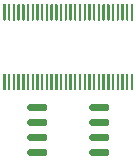
<source format=gbp>
G04 #@! TF.GenerationSoftware,KiCad,Pcbnew,5.1.9-1.fc33*
G04 #@! TF.CreationDate,2021-04-28T13:16:13+02:00*
G04 #@! TF.ProjectId,reDIP-SID,72654449-502d-4534-9944-2e6b69636164,0.2*
G04 #@! TF.SameCoordinates,PX5e28010PY8011a50*
G04 #@! TF.FileFunction,Paste,Bot*
G04 #@! TF.FilePolarity,Positive*
%FSLAX46Y46*%
G04 Gerber Fmt 4.6, Leading zero omitted, Abs format (unit mm)*
G04 Created by KiCad (PCBNEW 5.1.9-1.fc33) date 2021-04-28 13:16:13*
%MOMM*%
%LPD*%
G01*
G04 APERTURE LIST*
G04 APERTURE END LIST*
G04 #@! TO.C,U3*
G36*
G01*
X3590000Y13090000D02*
X3590000Y11790000D01*
G75*
G02*
X3540000Y11740000I-50000J0D01*
G01*
X3440000Y11740000D01*
G75*
G02*
X3390000Y11790000I0J50000D01*
G01*
X3390000Y13090000D01*
G75*
G02*
X3440000Y13140000I50000J0D01*
G01*
X3540000Y13140000D01*
G75*
G02*
X3590000Y13090000I0J-50000D01*
G01*
G37*
G36*
G01*
X3590000Y18990000D02*
X3590000Y17690000D01*
G75*
G02*
X3540000Y17640000I-50000J0D01*
G01*
X3440000Y17640000D01*
G75*
G02*
X3390000Y17690000I0J50000D01*
G01*
X3390000Y18990000D01*
G75*
G02*
X3440000Y19040000I50000J0D01*
G01*
X3540000Y19040000D01*
G75*
G02*
X3590000Y18990000I0J-50000D01*
G01*
G37*
G36*
G01*
X3990000Y13090000D02*
X3990000Y11790000D01*
G75*
G02*
X3940000Y11740000I-50000J0D01*
G01*
X3840000Y11740000D01*
G75*
G02*
X3790000Y11790000I0J50000D01*
G01*
X3790000Y13090000D01*
G75*
G02*
X3840000Y13140000I50000J0D01*
G01*
X3940000Y13140000D01*
G75*
G02*
X3990000Y13090000I0J-50000D01*
G01*
G37*
G36*
G01*
X3990000Y18990000D02*
X3990000Y17690000D01*
G75*
G02*
X3940000Y17640000I-50000J0D01*
G01*
X3840000Y17640000D01*
G75*
G02*
X3790000Y17690000I0J50000D01*
G01*
X3790000Y18990000D01*
G75*
G02*
X3840000Y19040000I50000J0D01*
G01*
X3940000Y19040000D01*
G75*
G02*
X3990000Y18990000I0J-50000D01*
G01*
G37*
G36*
G01*
X4390000Y13090000D02*
X4390000Y11790000D01*
G75*
G02*
X4340000Y11740000I-50000J0D01*
G01*
X4240000Y11740000D01*
G75*
G02*
X4190000Y11790000I0J50000D01*
G01*
X4190000Y13090000D01*
G75*
G02*
X4240000Y13140000I50000J0D01*
G01*
X4340000Y13140000D01*
G75*
G02*
X4390000Y13090000I0J-50000D01*
G01*
G37*
G36*
G01*
X4390000Y18990000D02*
X4390000Y17690000D01*
G75*
G02*
X4340000Y17640000I-50000J0D01*
G01*
X4240000Y17640000D01*
G75*
G02*
X4190000Y17690000I0J50000D01*
G01*
X4190000Y18990000D01*
G75*
G02*
X4240000Y19040000I50000J0D01*
G01*
X4340000Y19040000D01*
G75*
G02*
X4390000Y18990000I0J-50000D01*
G01*
G37*
G36*
G01*
X4790000Y13090000D02*
X4790000Y11790000D01*
G75*
G02*
X4740000Y11740000I-50000J0D01*
G01*
X4640000Y11740000D01*
G75*
G02*
X4590000Y11790000I0J50000D01*
G01*
X4590000Y13090000D01*
G75*
G02*
X4640000Y13140000I50000J0D01*
G01*
X4740000Y13140000D01*
G75*
G02*
X4790000Y13090000I0J-50000D01*
G01*
G37*
G36*
G01*
X4790000Y18990000D02*
X4790000Y17690000D01*
G75*
G02*
X4740000Y17640000I-50000J0D01*
G01*
X4640000Y17640000D01*
G75*
G02*
X4590000Y17690000I0J50000D01*
G01*
X4590000Y18990000D01*
G75*
G02*
X4640000Y19040000I50000J0D01*
G01*
X4740000Y19040000D01*
G75*
G02*
X4790000Y18990000I0J-50000D01*
G01*
G37*
G36*
G01*
X5190000Y13090000D02*
X5190000Y11790000D01*
G75*
G02*
X5140000Y11740000I-50000J0D01*
G01*
X5040000Y11740000D01*
G75*
G02*
X4990000Y11790000I0J50000D01*
G01*
X4990000Y13090000D01*
G75*
G02*
X5040000Y13140000I50000J0D01*
G01*
X5140000Y13140000D01*
G75*
G02*
X5190000Y13090000I0J-50000D01*
G01*
G37*
G36*
G01*
X5190000Y18990000D02*
X5190000Y17690000D01*
G75*
G02*
X5140000Y17640000I-50000J0D01*
G01*
X5040000Y17640000D01*
G75*
G02*
X4990000Y17690000I0J50000D01*
G01*
X4990000Y18990000D01*
G75*
G02*
X5040000Y19040000I50000J0D01*
G01*
X5140000Y19040000D01*
G75*
G02*
X5190000Y18990000I0J-50000D01*
G01*
G37*
G36*
G01*
X5590000Y13090000D02*
X5590000Y11790000D01*
G75*
G02*
X5540000Y11740000I-50000J0D01*
G01*
X5440000Y11740000D01*
G75*
G02*
X5390000Y11790000I0J50000D01*
G01*
X5390000Y13090000D01*
G75*
G02*
X5440000Y13140000I50000J0D01*
G01*
X5540000Y13140000D01*
G75*
G02*
X5590000Y13090000I0J-50000D01*
G01*
G37*
G36*
G01*
X5590000Y18990000D02*
X5590000Y17690000D01*
G75*
G02*
X5540000Y17640000I-50000J0D01*
G01*
X5440000Y17640000D01*
G75*
G02*
X5390000Y17690000I0J50000D01*
G01*
X5390000Y18990000D01*
G75*
G02*
X5440000Y19040000I50000J0D01*
G01*
X5540000Y19040000D01*
G75*
G02*
X5590000Y18990000I0J-50000D01*
G01*
G37*
G36*
G01*
X5990000Y13090000D02*
X5990000Y11790000D01*
G75*
G02*
X5940000Y11740000I-50000J0D01*
G01*
X5840000Y11740000D01*
G75*
G02*
X5790000Y11790000I0J50000D01*
G01*
X5790000Y13090000D01*
G75*
G02*
X5840000Y13140000I50000J0D01*
G01*
X5940000Y13140000D01*
G75*
G02*
X5990000Y13090000I0J-50000D01*
G01*
G37*
G36*
G01*
X5990000Y18990000D02*
X5990000Y17690000D01*
G75*
G02*
X5940000Y17640000I-50000J0D01*
G01*
X5840000Y17640000D01*
G75*
G02*
X5790000Y17690000I0J50000D01*
G01*
X5790000Y18990000D01*
G75*
G02*
X5840000Y19040000I50000J0D01*
G01*
X5940000Y19040000D01*
G75*
G02*
X5990000Y18990000I0J-50000D01*
G01*
G37*
G36*
G01*
X6390000Y13090000D02*
X6390000Y11790000D01*
G75*
G02*
X6340000Y11740000I-50000J0D01*
G01*
X6240000Y11740000D01*
G75*
G02*
X6190000Y11790000I0J50000D01*
G01*
X6190000Y13090000D01*
G75*
G02*
X6240000Y13140000I50000J0D01*
G01*
X6340000Y13140000D01*
G75*
G02*
X6390000Y13090000I0J-50000D01*
G01*
G37*
G36*
G01*
X6390000Y18990000D02*
X6390000Y17690000D01*
G75*
G02*
X6340000Y17640000I-50000J0D01*
G01*
X6240000Y17640000D01*
G75*
G02*
X6190000Y17690000I0J50000D01*
G01*
X6190000Y18990000D01*
G75*
G02*
X6240000Y19040000I50000J0D01*
G01*
X6340000Y19040000D01*
G75*
G02*
X6390000Y18990000I0J-50000D01*
G01*
G37*
G36*
G01*
X6790000Y13090000D02*
X6790000Y11790000D01*
G75*
G02*
X6740000Y11740000I-50000J0D01*
G01*
X6640000Y11740000D01*
G75*
G02*
X6590000Y11790000I0J50000D01*
G01*
X6590000Y13090000D01*
G75*
G02*
X6640000Y13140000I50000J0D01*
G01*
X6740000Y13140000D01*
G75*
G02*
X6790000Y13090000I0J-50000D01*
G01*
G37*
G36*
G01*
X6790000Y18990000D02*
X6790000Y17690000D01*
G75*
G02*
X6740000Y17640000I-50000J0D01*
G01*
X6640000Y17640000D01*
G75*
G02*
X6590000Y17690000I0J50000D01*
G01*
X6590000Y18990000D01*
G75*
G02*
X6640000Y19040000I50000J0D01*
G01*
X6740000Y19040000D01*
G75*
G02*
X6790000Y18990000I0J-50000D01*
G01*
G37*
G36*
G01*
X7190000Y13090000D02*
X7190000Y11790000D01*
G75*
G02*
X7140000Y11740000I-50000J0D01*
G01*
X7040000Y11740000D01*
G75*
G02*
X6990000Y11790000I0J50000D01*
G01*
X6990000Y13090000D01*
G75*
G02*
X7040000Y13140000I50000J0D01*
G01*
X7140000Y13140000D01*
G75*
G02*
X7190000Y13090000I0J-50000D01*
G01*
G37*
G36*
G01*
X7190000Y18990000D02*
X7190000Y17690000D01*
G75*
G02*
X7140000Y17640000I-50000J0D01*
G01*
X7040000Y17640000D01*
G75*
G02*
X6990000Y17690000I0J50000D01*
G01*
X6990000Y18990000D01*
G75*
G02*
X7040000Y19040000I50000J0D01*
G01*
X7140000Y19040000D01*
G75*
G02*
X7190000Y18990000I0J-50000D01*
G01*
G37*
G36*
G01*
X7590000Y13090000D02*
X7590000Y11790000D01*
G75*
G02*
X7540000Y11740000I-50000J0D01*
G01*
X7440000Y11740000D01*
G75*
G02*
X7390000Y11790000I0J50000D01*
G01*
X7390000Y13090000D01*
G75*
G02*
X7440000Y13140000I50000J0D01*
G01*
X7540000Y13140000D01*
G75*
G02*
X7590000Y13090000I0J-50000D01*
G01*
G37*
G36*
G01*
X7590000Y18990000D02*
X7590000Y17690000D01*
G75*
G02*
X7540000Y17640000I-50000J0D01*
G01*
X7440000Y17640000D01*
G75*
G02*
X7390000Y17690000I0J50000D01*
G01*
X7390000Y18990000D01*
G75*
G02*
X7440000Y19040000I50000J0D01*
G01*
X7540000Y19040000D01*
G75*
G02*
X7590000Y18990000I0J-50000D01*
G01*
G37*
G36*
G01*
X7990000Y13090000D02*
X7990000Y11790000D01*
G75*
G02*
X7940000Y11740000I-50000J0D01*
G01*
X7840000Y11740000D01*
G75*
G02*
X7790000Y11790000I0J50000D01*
G01*
X7790000Y13090000D01*
G75*
G02*
X7840000Y13140000I50000J0D01*
G01*
X7940000Y13140000D01*
G75*
G02*
X7990000Y13090000I0J-50000D01*
G01*
G37*
G36*
G01*
X7990000Y18990000D02*
X7990000Y17690000D01*
G75*
G02*
X7940000Y17640000I-50000J0D01*
G01*
X7840000Y17640000D01*
G75*
G02*
X7790000Y17690000I0J50000D01*
G01*
X7790000Y18990000D01*
G75*
G02*
X7840000Y19040000I50000J0D01*
G01*
X7940000Y19040000D01*
G75*
G02*
X7990000Y18990000I0J-50000D01*
G01*
G37*
G36*
G01*
X8390000Y13090000D02*
X8390000Y11790000D01*
G75*
G02*
X8340000Y11740000I-50000J0D01*
G01*
X8240000Y11740000D01*
G75*
G02*
X8190000Y11790000I0J50000D01*
G01*
X8190000Y13090000D01*
G75*
G02*
X8240000Y13140000I50000J0D01*
G01*
X8340000Y13140000D01*
G75*
G02*
X8390000Y13090000I0J-50000D01*
G01*
G37*
G36*
G01*
X8390000Y18990000D02*
X8390000Y17690000D01*
G75*
G02*
X8340000Y17640000I-50000J0D01*
G01*
X8240000Y17640000D01*
G75*
G02*
X8190000Y17690000I0J50000D01*
G01*
X8190000Y18990000D01*
G75*
G02*
X8240000Y19040000I50000J0D01*
G01*
X8340000Y19040000D01*
G75*
G02*
X8390000Y18990000I0J-50000D01*
G01*
G37*
G36*
G01*
X8790000Y13090000D02*
X8790000Y11790000D01*
G75*
G02*
X8740000Y11740000I-50000J0D01*
G01*
X8640000Y11740000D01*
G75*
G02*
X8590000Y11790000I0J50000D01*
G01*
X8590000Y13090000D01*
G75*
G02*
X8640000Y13140000I50000J0D01*
G01*
X8740000Y13140000D01*
G75*
G02*
X8790000Y13090000I0J-50000D01*
G01*
G37*
G36*
G01*
X8790000Y18990000D02*
X8790000Y17690000D01*
G75*
G02*
X8740000Y17640000I-50000J0D01*
G01*
X8640000Y17640000D01*
G75*
G02*
X8590000Y17690000I0J50000D01*
G01*
X8590000Y18990000D01*
G75*
G02*
X8640000Y19040000I50000J0D01*
G01*
X8740000Y19040000D01*
G75*
G02*
X8790000Y18990000I0J-50000D01*
G01*
G37*
G36*
G01*
X9190000Y13090000D02*
X9190000Y11790000D01*
G75*
G02*
X9140000Y11740000I-50000J0D01*
G01*
X9040000Y11740000D01*
G75*
G02*
X8990000Y11790000I0J50000D01*
G01*
X8990000Y13090000D01*
G75*
G02*
X9040000Y13140000I50000J0D01*
G01*
X9140000Y13140000D01*
G75*
G02*
X9190000Y13090000I0J-50000D01*
G01*
G37*
G36*
G01*
X9190000Y18990000D02*
X9190000Y17690000D01*
G75*
G02*
X9140000Y17640000I-50000J0D01*
G01*
X9040000Y17640000D01*
G75*
G02*
X8990000Y17690000I0J50000D01*
G01*
X8990000Y18990000D01*
G75*
G02*
X9040000Y19040000I50000J0D01*
G01*
X9140000Y19040000D01*
G75*
G02*
X9190000Y18990000I0J-50000D01*
G01*
G37*
G36*
G01*
X9590000Y13090000D02*
X9590000Y11790000D01*
G75*
G02*
X9540000Y11740000I-50000J0D01*
G01*
X9440000Y11740000D01*
G75*
G02*
X9390000Y11790000I0J50000D01*
G01*
X9390000Y13090000D01*
G75*
G02*
X9440000Y13140000I50000J0D01*
G01*
X9540000Y13140000D01*
G75*
G02*
X9590000Y13090000I0J-50000D01*
G01*
G37*
G36*
G01*
X9590000Y18990000D02*
X9590000Y17690000D01*
G75*
G02*
X9540000Y17640000I-50000J0D01*
G01*
X9440000Y17640000D01*
G75*
G02*
X9390000Y17690000I0J50000D01*
G01*
X9390000Y18990000D01*
G75*
G02*
X9440000Y19040000I50000J0D01*
G01*
X9540000Y19040000D01*
G75*
G02*
X9590000Y18990000I0J-50000D01*
G01*
G37*
G36*
G01*
X9990000Y13090000D02*
X9990000Y11790000D01*
G75*
G02*
X9940000Y11740000I-50000J0D01*
G01*
X9840000Y11740000D01*
G75*
G02*
X9790000Y11790000I0J50000D01*
G01*
X9790000Y13090000D01*
G75*
G02*
X9840000Y13140000I50000J0D01*
G01*
X9940000Y13140000D01*
G75*
G02*
X9990000Y13090000I0J-50000D01*
G01*
G37*
G36*
G01*
X9990000Y18990000D02*
X9990000Y17690000D01*
G75*
G02*
X9940000Y17640000I-50000J0D01*
G01*
X9840000Y17640000D01*
G75*
G02*
X9790000Y17690000I0J50000D01*
G01*
X9790000Y18990000D01*
G75*
G02*
X9840000Y19040000I50000J0D01*
G01*
X9940000Y19040000D01*
G75*
G02*
X9990000Y18990000I0J-50000D01*
G01*
G37*
G36*
G01*
X10390000Y13090000D02*
X10390000Y11790000D01*
G75*
G02*
X10340000Y11740000I-50000J0D01*
G01*
X10240000Y11740000D01*
G75*
G02*
X10190000Y11790000I0J50000D01*
G01*
X10190000Y13090000D01*
G75*
G02*
X10240000Y13140000I50000J0D01*
G01*
X10340000Y13140000D01*
G75*
G02*
X10390000Y13090000I0J-50000D01*
G01*
G37*
G36*
G01*
X10390000Y18990000D02*
X10390000Y17690000D01*
G75*
G02*
X10340000Y17640000I-50000J0D01*
G01*
X10240000Y17640000D01*
G75*
G02*
X10190000Y17690000I0J50000D01*
G01*
X10190000Y18990000D01*
G75*
G02*
X10240000Y19040000I50000J0D01*
G01*
X10340000Y19040000D01*
G75*
G02*
X10390000Y18990000I0J-50000D01*
G01*
G37*
G36*
G01*
X10790000Y13090000D02*
X10790000Y11790000D01*
G75*
G02*
X10740000Y11740000I-50000J0D01*
G01*
X10640000Y11740000D01*
G75*
G02*
X10590000Y11790000I0J50000D01*
G01*
X10590000Y13090000D01*
G75*
G02*
X10640000Y13140000I50000J0D01*
G01*
X10740000Y13140000D01*
G75*
G02*
X10790000Y13090000I0J-50000D01*
G01*
G37*
G36*
G01*
X10790000Y18990000D02*
X10790000Y17690000D01*
G75*
G02*
X10740000Y17640000I-50000J0D01*
G01*
X10640000Y17640000D01*
G75*
G02*
X10590000Y17690000I0J50000D01*
G01*
X10590000Y18990000D01*
G75*
G02*
X10640000Y19040000I50000J0D01*
G01*
X10740000Y19040000D01*
G75*
G02*
X10790000Y18990000I0J-50000D01*
G01*
G37*
G36*
G01*
X11190000Y13090000D02*
X11190000Y11790000D01*
G75*
G02*
X11140000Y11740000I-50000J0D01*
G01*
X11040000Y11740000D01*
G75*
G02*
X10990000Y11790000I0J50000D01*
G01*
X10990000Y13090000D01*
G75*
G02*
X11040000Y13140000I50000J0D01*
G01*
X11140000Y13140000D01*
G75*
G02*
X11190000Y13090000I0J-50000D01*
G01*
G37*
G36*
G01*
X11190000Y18990000D02*
X11190000Y17690000D01*
G75*
G02*
X11140000Y17640000I-50000J0D01*
G01*
X11040000Y17640000D01*
G75*
G02*
X10990000Y17690000I0J50000D01*
G01*
X10990000Y18990000D01*
G75*
G02*
X11040000Y19040000I50000J0D01*
G01*
X11140000Y19040000D01*
G75*
G02*
X11190000Y18990000I0J-50000D01*
G01*
G37*
G36*
G01*
X11590000Y13090000D02*
X11590000Y11790000D01*
G75*
G02*
X11540000Y11740000I-50000J0D01*
G01*
X11440000Y11740000D01*
G75*
G02*
X11390000Y11790000I0J50000D01*
G01*
X11390000Y13090000D01*
G75*
G02*
X11440000Y13140000I50000J0D01*
G01*
X11540000Y13140000D01*
G75*
G02*
X11590000Y13090000I0J-50000D01*
G01*
G37*
G36*
G01*
X11590000Y18990000D02*
X11590000Y17690000D01*
G75*
G02*
X11540000Y17640000I-50000J0D01*
G01*
X11440000Y17640000D01*
G75*
G02*
X11390000Y17690000I0J50000D01*
G01*
X11390000Y18990000D01*
G75*
G02*
X11440000Y19040000I50000J0D01*
G01*
X11540000Y19040000D01*
G75*
G02*
X11590000Y18990000I0J-50000D01*
G01*
G37*
G36*
G01*
X11990000Y13090000D02*
X11990000Y11790000D01*
G75*
G02*
X11940000Y11740000I-50000J0D01*
G01*
X11840000Y11740000D01*
G75*
G02*
X11790000Y11790000I0J50000D01*
G01*
X11790000Y13090000D01*
G75*
G02*
X11840000Y13140000I50000J0D01*
G01*
X11940000Y13140000D01*
G75*
G02*
X11990000Y13090000I0J-50000D01*
G01*
G37*
G36*
G01*
X11990000Y18990000D02*
X11990000Y17690000D01*
G75*
G02*
X11940000Y17640000I-50000J0D01*
G01*
X11840000Y17640000D01*
G75*
G02*
X11790000Y17690000I0J50000D01*
G01*
X11790000Y18990000D01*
G75*
G02*
X11840000Y19040000I50000J0D01*
G01*
X11940000Y19040000D01*
G75*
G02*
X11990000Y18990000I0J-50000D01*
G01*
G37*
G36*
G01*
X12390000Y13090000D02*
X12390000Y11790000D01*
G75*
G02*
X12340000Y11740000I-50000J0D01*
G01*
X12240000Y11740000D01*
G75*
G02*
X12190000Y11790000I0J50000D01*
G01*
X12190000Y13090000D01*
G75*
G02*
X12240000Y13140000I50000J0D01*
G01*
X12340000Y13140000D01*
G75*
G02*
X12390000Y13090000I0J-50000D01*
G01*
G37*
G36*
G01*
X12390000Y18990000D02*
X12390000Y17690000D01*
G75*
G02*
X12340000Y17640000I-50000J0D01*
G01*
X12240000Y17640000D01*
G75*
G02*
X12190000Y17690000I0J50000D01*
G01*
X12190000Y18990000D01*
G75*
G02*
X12240000Y19040000I50000J0D01*
G01*
X12340000Y19040000D01*
G75*
G02*
X12390000Y18990000I0J-50000D01*
G01*
G37*
G36*
G01*
X12790000Y13090000D02*
X12790000Y11790000D01*
G75*
G02*
X12740000Y11740000I-50000J0D01*
G01*
X12640000Y11740000D01*
G75*
G02*
X12590000Y11790000I0J50000D01*
G01*
X12590000Y13090000D01*
G75*
G02*
X12640000Y13140000I50000J0D01*
G01*
X12740000Y13140000D01*
G75*
G02*
X12790000Y13090000I0J-50000D01*
G01*
G37*
G36*
G01*
X12790000Y18990000D02*
X12790000Y17690000D01*
G75*
G02*
X12740000Y17640000I-50000J0D01*
G01*
X12640000Y17640000D01*
G75*
G02*
X12590000Y17690000I0J50000D01*
G01*
X12590000Y18990000D01*
G75*
G02*
X12640000Y19040000I50000J0D01*
G01*
X12740000Y19040000D01*
G75*
G02*
X12790000Y18990000I0J-50000D01*
G01*
G37*
G36*
G01*
X13190000Y13090000D02*
X13190000Y11790000D01*
G75*
G02*
X13140000Y11740000I-50000J0D01*
G01*
X13040000Y11740000D01*
G75*
G02*
X12990000Y11790000I0J50000D01*
G01*
X12990000Y13090000D01*
G75*
G02*
X13040000Y13140000I50000J0D01*
G01*
X13140000Y13140000D01*
G75*
G02*
X13190000Y13090000I0J-50000D01*
G01*
G37*
G36*
G01*
X13190000Y18990000D02*
X13190000Y17690000D01*
G75*
G02*
X13140000Y17640000I-50000J0D01*
G01*
X13040000Y17640000D01*
G75*
G02*
X12990000Y17690000I0J50000D01*
G01*
X12990000Y18990000D01*
G75*
G02*
X13040000Y19040000I50000J0D01*
G01*
X13140000Y19040000D01*
G75*
G02*
X13190000Y18990000I0J-50000D01*
G01*
G37*
G36*
G01*
X13590000Y13090000D02*
X13590000Y11790000D01*
G75*
G02*
X13540000Y11740000I-50000J0D01*
G01*
X13440000Y11740000D01*
G75*
G02*
X13390000Y11790000I0J50000D01*
G01*
X13390000Y13090000D01*
G75*
G02*
X13440000Y13140000I50000J0D01*
G01*
X13540000Y13140000D01*
G75*
G02*
X13590000Y13090000I0J-50000D01*
G01*
G37*
G36*
G01*
X13590000Y18990000D02*
X13590000Y17690000D01*
G75*
G02*
X13540000Y17640000I-50000J0D01*
G01*
X13440000Y17640000D01*
G75*
G02*
X13390000Y17690000I0J50000D01*
G01*
X13390000Y18990000D01*
G75*
G02*
X13440000Y19040000I50000J0D01*
G01*
X13540000Y19040000D01*
G75*
G02*
X13590000Y18990000I0J-50000D01*
G01*
G37*
G36*
G01*
X13990000Y13090000D02*
X13990000Y11790000D01*
G75*
G02*
X13940000Y11740000I-50000J0D01*
G01*
X13840000Y11740000D01*
G75*
G02*
X13790000Y11790000I0J50000D01*
G01*
X13790000Y13090000D01*
G75*
G02*
X13840000Y13140000I50000J0D01*
G01*
X13940000Y13140000D01*
G75*
G02*
X13990000Y13090000I0J-50000D01*
G01*
G37*
G36*
G01*
X13990000Y18990000D02*
X13990000Y17690000D01*
G75*
G02*
X13940000Y17640000I-50000J0D01*
G01*
X13840000Y17640000D01*
G75*
G02*
X13790000Y17690000I0J50000D01*
G01*
X13790000Y18990000D01*
G75*
G02*
X13840000Y19040000I50000J0D01*
G01*
X13940000Y19040000D01*
G75*
G02*
X13990000Y18990000I0J-50000D01*
G01*
G37*
G36*
G01*
X14390000Y13090000D02*
X14390000Y11790000D01*
G75*
G02*
X14340000Y11740000I-50000J0D01*
G01*
X14240000Y11740000D01*
G75*
G02*
X14190000Y11790000I0J50000D01*
G01*
X14190000Y13090000D01*
G75*
G02*
X14240000Y13140000I50000J0D01*
G01*
X14340000Y13140000D01*
G75*
G02*
X14390000Y13090000I0J-50000D01*
G01*
G37*
G36*
G01*
X14390000Y18990000D02*
X14390000Y17690000D01*
G75*
G02*
X14340000Y17640000I-50000J0D01*
G01*
X14240000Y17640000D01*
G75*
G02*
X14190000Y17690000I0J50000D01*
G01*
X14190000Y18990000D01*
G75*
G02*
X14240000Y19040000I50000J0D01*
G01*
X14340000Y19040000D01*
G75*
G02*
X14390000Y18990000I0J-50000D01*
G01*
G37*
G04 #@! TD*
G04 #@! TO.C,U6*
G36*
G01*
X10690000Y6305000D02*
X10690000Y6605000D01*
G75*
G02*
X10840000Y6755000I150000J0D01*
G01*
X12190000Y6755000D01*
G75*
G02*
X12340000Y6605000I0J-150000D01*
G01*
X12340000Y6305000D01*
G75*
G02*
X12190000Y6155000I-150000J0D01*
G01*
X10840000Y6155000D01*
G75*
G02*
X10690000Y6305000I0J150000D01*
G01*
G37*
G36*
G01*
X10690000Y7575000D02*
X10690000Y7875000D01*
G75*
G02*
X10840000Y8025000I150000J0D01*
G01*
X12190000Y8025000D01*
G75*
G02*
X12340000Y7875000I0J-150000D01*
G01*
X12340000Y7575000D01*
G75*
G02*
X12190000Y7425000I-150000J0D01*
G01*
X10840000Y7425000D01*
G75*
G02*
X10690000Y7575000I0J150000D01*
G01*
G37*
G36*
G01*
X10690000Y8845000D02*
X10690000Y9145000D01*
G75*
G02*
X10840000Y9295000I150000J0D01*
G01*
X12190000Y9295000D01*
G75*
G02*
X12340000Y9145000I0J-150000D01*
G01*
X12340000Y8845000D01*
G75*
G02*
X12190000Y8695000I-150000J0D01*
G01*
X10840000Y8695000D01*
G75*
G02*
X10690000Y8845000I0J150000D01*
G01*
G37*
G36*
G01*
X10690000Y10115000D02*
X10690000Y10415000D01*
G75*
G02*
X10840000Y10565000I150000J0D01*
G01*
X12190000Y10565000D01*
G75*
G02*
X12340000Y10415000I0J-150000D01*
G01*
X12340000Y10115000D01*
G75*
G02*
X12190000Y9965000I-150000J0D01*
G01*
X10840000Y9965000D01*
G75*
G02*
X10690000Y10115000I0J150000D01*
G01*
G37*
G36*
G01*
X5440000Y10115000D02*
X5440000Y10415000D01*
G75*
G02*
X5590000Y10565000I150000J0D01*
G01*
X6940000Y10565000D01*
G75*
G02*
X7090000Y10415000I0J-150000D01*
G01*
X7090000Y10115000D01*
G75*
G02*
X6940000Y9965000I-150000J0D01*
G01*
X5590000Y9965000D01*
G75*
G02*
X5440000Y10115000I0J150000D01*
G01*
G37*
G36*
G01*
X5440000Y8845000D02*
X5440000Y9145000D01*
G75*
G02*
X5590000Y9295000I150000J0D01*
G01*
X6940000Y9295000D01*
G75*
G02*
X7090000Y9145000I0J-150000D01*
G01*
X7090000Y8845000D01*
G75*
G02*
X6940000Y8695000I-150000J0D01*
G01*
X5590000Y8695000D01*
G75*
G02*
X5440000Y8845000I0J150000D01*
G01*
G37*
G36*
G01*
X5440000Y7575000D02*
X5440000Y7875000D01*
G75*
G02*
X5590000Y8025000I150000J0D01*
G01*
X6940000Y8025000D01*
G75*
G02*
X7090000Y7875000I0J-150000D01*
G01*
X7090000Y7575000D01*
G75*
G02*
X6940000Y7425000I-150000J0D01*
G01*
X5590000Y7425000D01*
G75*
G02*
X5440000Y7575000I0J150000D01*
G01*
G37*
G36*
G01*
X5440000Y6305000D02*
X5440000Y6605000D01*
G75*
G02*
X5590000Y6755000I150000J0D01*
G01*
X6940000Y6755000D01*
G75*
G02*
X7090000Y6605000I0J-150000D01*
G01*
X7090000Y6305000D01*
G75*
G02*
X6940000Y6155000I-150000J0D01*
G01*
X5590000Y6155000D01*
G75*
G02*
X5440000Y6305000I0J150000D01*
G01*
G37*
G04 #@! TD*
M02*

</source>
